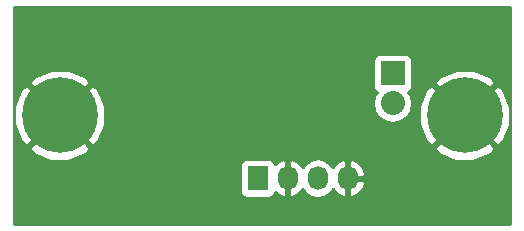
<source format=gbl>
G04 #@! TF.FileFunction,Copper,L2,Bot,Signal*
%FSLAX46Y46*%
G04 Gerber Fmt 4.6, Leading zero omitted, Abs format (unit mm)*
G04 Created by KiCad (PCBNEW 4.0.1-stable) date Wednesday, August 10, 2016 'PMt' 07:00:37 PM*
%MOMM*%
G01*
G04 APERTURE LIST*
%ADD10C,0.100000*%
%ADD11R,1.727200X2.032000*%
%ADD12O,1.727200X2.032000*%
%ADD13R,2.032000X2.032000*%
%ADD14O,2.032000X2.032000*%
%ADD15C,6.400000*%
%ADD16C,0.685800*%
%ADD17C,0.254000*%
G04 APERTURE END LIST*
D10*
D11*
X207010000Y-111506000D03*
D12*
X209550000Y-111506000D03*
X212090000Y-111506000D03*
X214630000Y-111506000D03*
D13*
X218440000Y-102616000D03*
D14*
X218440000Y-105156000D03*
D15*
X224536000Y-106172000D03*
X190246000Y-106172000D03*
D16*
X199644000Y-108458000D03*
X199644000Y-98044000D03*
X208026000Y-99568000D03*
X205486000Y-98806000D03*
X202438000Y-103378000D03*
X204724000Y-107696000D03*
X202184000Y-110998000D03*
D17*
G36*
X228398000Y-115368000D02*
X186384000Y-115368000D01*
X186384000Y-110490000D01*
X205498960Y-110490000D01*
X205498960Y-112522000D01*
X205543238Y-112757317D01*
X205682310Y-112973441D01*
X205894510Y-113118431D01*
X206146400Y-113169440D01*
X207873600Y-113169440D01*
X208108917Y-113125162D01*
X208325041Y-112986090D01*
X208470031Y-112773890D01*
X208489232Y-112679073D01*
X208647964Y-112856732D01*
X209175209Y-113110709D01*
X209190974Y-113113358D01*
X209423000Y-112992217D01*
X209423000Y-111633000D01*
X209403000Y-111633000D01*
X209403000Y-111379000D01*
X209423000Y-111379000D01*
X209423000Y-110019783D01*
X209677000Y-110019783D01*
X209677000Y-111379000D01*
X209697000Y-111379000D01*
X209697000Y-111633000D01*
X209677000Y-111633000D01*
X209677000Y-112992217D01*
X209909026Y-113113358D01*
X209924791Y-113110709D01*
X210452036Y-112856732D01*
X210823539Y-112440931D01*
X211030330Y-112750415D01*
X211516511Y-113075271D01*
X212090000Y-113189345D01*
X212663489Y-113075271D01*
X213149670Y-112750415D01*
X213356461Y-112440931D01*
X213727964Y-112856732D01*
X214255209Y-113110709D01*
X214270974Y-113113358D01*
X214503000Y-112992217D01*
X214503000Y-111633000D01*
X214757000Y-111633000D01*
X214757000Y-112992217D01*
X214989026Y-113113358D01*
X215004791Y-113110709D01*
X215532036Y-112856732D01*
X215921954Y-112420320D01*
X216115184Y-111867913D01*
X215970924Y-111633000D01*
X214757000Y-111633000D01*
X214503000Y-111633000D01*
X214483000Y-111633000D01*
X214483000Y-111379000D01*
X214503000Y-111379000D01*
X214503000Y-110019783D01*
X214757000Y-110019783D01*
X214757000Y-111379000D01*
X215970924Y-111379000D01*
X216115184Y-111144087D01*
X215921954Y-110591680D01*
X215532036Y-110155268D01*
X215004791Y-109901291D01*
X214989026Y-109898642D01*
X214757000Y-110019783D01*
X214503000Y-110019783D01*
X214270974Y-109898642D01*
X214255209Y-109901291D01*
X213727964Y-110155268D01*
X213356461Y-110571069D01*
X213149670Y-110261585D01*
X212663489Y-109936729D01*
X212090000Y-109822655D01*
X211516511Y-109936729D01*
X211030330Y-110261585D01*
X210823539Y-110571069D01*
X210452036Y-110155268D01*
X209924791Y-109901291D01*
X209909026Y-109898642D01*
X209677000Y-110019783D01*
X209423000Y-110019783D01*
X209190974Y-109898642D01*
X209175209Y-109901291D01*
X208647964Y-110155268D01*
X208491093Y-110330845D01*
X208476762Y-110254683D01*
X208337690Y-110038559D01*
X208125490Y-109893569D01*
X207873600Y-109842560D01*
X206146400Y-109842560D01*
X205911083Y-109886838D01*
X205694959Y-110025910D01*
X205549969Y-110238110D01*
X205498960Y-110490000D01*
X186384000Y-110490000D01*
X186384000Y-108912910D01*
X187684695Y-108912910D01*
X188051640Y-109408343D01*
X189457171Y-110001736D01*
X190982793Y-110012087D01*
X192396246Y-109437819D01*
X192440360Y-109408343D01*
X192807305Y-108912910D01*
X221974695Y-108912910D01*
X222341640Y-109408343D01*
X223747171Y-110001736D01*
X225272793Y-110012087D01*
X226686246Y-109437819D01*
X226730360Y-109408343D01*
X227097305Y-108912910D01*
X224536000Y-106351605D01*
X221974695Y-108912910D01*
X192807305Y-108912910D01*
X190246000Y-106351605D01*
X187684695Y-108912910D01*
X186384000Y-108912910D01*
X186384000Y-106908793D01*
X186405913Y-106908793D01*
X186980181Y-108322246D01*
X187009657Y-108366360D01*
X187505090Y-108733305D01*
X190066395Y-106172000D01*
X190425605Y-106172000D01*
X192986910Y-108733305D01*
X193482343Y-108366360D01*
X194075736Y-106960829D01*
X194076089Y-106908793D01*
X220695913Y-106908793D01*
X221270181Y-108322246D01*
X221299657Y-108366360D01*
X221795090Y-108733305D01*
X224356395Y-106172000D01*
X224715605Y-106172000D01*
X227276910Y-108733305D01*
X227772343Y-108366360D01*
X228365736Y-106960829D01*
X228376087Y-105435207D01*
X227801819Y-104021754D01*
X227772343Y-103977640D01*
X227276910Y-103610695D01*
X224715605Y-106172000D01*
X224356395Y-106172000D01*
X221795090Y-103610695D01*
X221299657Y-103977640D01*
X220706264Y-105383171D01*
X220695913Y-106908793D01*
X194076089Y-106908793D01*
X194086087Y-105435207D01*
X193972649Y-105156000D01*
X216756655Y-105156000D01*
X216882330Y-105787810D01*
X217240222Y-106323433D01*
X217775845Y-106681325D01*
X218407655Y-106807000D01*
X218472345Y-106807000D01*
X219104155Y-106681325D01*
X219639778Y-106323433D01*
X219997670Y-105787810D01*
X220123345Y-105156000D01*
X219997670Y-104524190D01*
X219770501Y-104184208D01*
X219907441Y-104096090D01*
X220052431Y-103883890D01*
X220103440Y-103632000D01*
X220103440Y-103431090D01*
X221974695Y-103431090D01*
X224536000Y-105992395D01*
X227097305Y-103431090D01*
X226730360Y-102935657D01*
X225324829Y-102342264D01*
X223799207Y-102331913D01*
X222385754Y-102906181D01*
X222341640Y-102935657D01*
X221974695Y-103431090D01*
X220103440Y-103431090D01*
X220103440Y-101600000D01*
X220059162Y-101364683D01*
X219920090Y-101148559D01*
X219707890Y-101003569D01*
X219456000Y-100952560D01*
X217424000Y-100952560D01*
X217188683Y-100996838D01*
X216972559Y-101135910D01*
X216827569Y-101348110D01*
X216776560Y-101600000D01*
X216776560Y-103632000D01*
X216820838Y-103867317D01*
X216959910Y-104083441D01*
X217108837Y-104185198D01*
X216882330Y-104524190D01*
X216756655Y-105156000D01*
X193972649Y-105156000D01*
X193511819Y-104021754D01*
X193482343Y-103977640D01*
X192986910Y-103610695D01*
X190425605Y-106172000D01*
X190066395Y-106172000D01*
X187505090Y-103610695D01*
X187009657Y-103977640D01*
X186416264Y-105383171D01*
X186405913Y-106908793D01*
X186384000Y-106908793D01*
X186384000Y-103431090D01*
X187684695Y-103431090D01*
X190246000Y-105992395D01*
X192807305Y-103431090D01*
X192440360Y-102935657D01*
X191034829Y-102342264D01*
X189509207Y-102331913D01*
X188095754Y-102906181D01*
X188051640Y-102935657D01*
X187684695Y-103431090D01*
X186384000Y-103431090D01*
X186384000Y-96976000D01*
X228398000Y-96976000D01*
X228398000Y-115368000D01*
X228398000Y-115368000D01*
G37*
X228398000Y-115368000D02*
X186384000Y-115368000D01*
X186384000Y-110490000D01*
X205498960Y-110490000D01*
X205498960Y-112522000D01*
X205543238Y-112757317D01*
X205682310Y-112973441D01*
X205894510Y-113118431D01*
X206146400Y-113169440D01*
X207873600Y-113169440D01*
X208108917Y-113125162D01*
X208325041Y-112986090D01*
X208470031Y-112773890D01*
X208489232Y-112679073D01*
X208647964Y-112856732D01*
X209175209Y-113110709D01*
X209190974Y-113113358D01*
X209423000Y-112992217D01*
X209423000Y-111633000D01*
X209403000Y-111633000D01*
X209403000Y-111379000D01*
X209423000Y-111379000D01*
X209423000Y-110019783D01*
X209677000Y-110019783D01*
X209677000Y-111379000D01*
X209697000Y-111379000D01*
X209697000Y-111633000D01*
X209677000Y-111633000D01*
X209677000Y-112992217D01*
X209909026Y-113113358D01*
X209924791Y-113110709D01*
X210452036Y-112856732D01*
X210823539Y-112440931D01*
X211030330Y-112750415D01*
X211516511Y-113075271D01*
X212090000Y-113189345D01*
X212663489Y-113075271D01*
X213149670Y-112750415D01*
X213356461Y-112440931D01*
X213727964Y-112856732D01*
X214255209Y-113110709D01*
X214270974Y-113113358D01*
X214503000Y-112992217D01*
X214503000Y-111633000D01*
X214757000Y-111633000D01*
X214757000Y-112992217D01*
X214989026Y-113113358D01*
X215004791Y-113110709D01*
X215532036Y-112856732D01*
X215921954Y-112420320D01*
X216115184Y-111867913D01*
X215970924Y-111633000D01*
X214757000Y-111633000D01*
X214503000Y-111633000D01*
X214483000Y-111633000D01*
X214483000Y-111379000D01*
X214503000Y-111379000D01*
X214503000Y-110019783D01*
X214757000Y-110019783D01*
X214757000Y-111379000D01*
X215970924Y-111379000D01*
X216115184Y-111144087D01*
X215921954Y-110591680D01*
X215532036Y-110155268D01*
X215004791Y-109901291D01*
X214989026Y-109898642D01*
X214757000Y-110019783D01*
X214503000Y-110019783D01*
X214270974Y-109898642D01*
X214255209Y-109901291D01*
X213727964Y-110155268D01*
X213356461Y-110571069D01*
X213149670Y-110261585D01*
X212663489Y-109936729D01*
X212090000Y-109822655D01*
X211516511Y-109936729D01*
X211030330Y-110261585D01*
X210823539Y-110571069D01*
X210452036Y-110155268D01*
X209924791Y-109901291D01*
X209909026Y-109898642D01*
X209677000Y-110019783D01*
X209423000Y-110019783D01*
X209190974Y-109898642D01*
X209175209Y-109901291D01*
X208647964Y-110155268D01*
X208491093Y-110330845D01*
X208476762Y-110254683D01*
X208337690Y-110038559D01*
X208125490Y-109893569D01*
X207873600Y-109842560D01*
X206146400Y-109842560D01*
X205911083Y-109886838D01*
X205694959Y-110025910D01*
X205549969Y-110238110D01*
X205498960Y-110490000D01*
X186384000Y-110490000D01*
X186384000Y-108912910D01*
X187684695Y-108912910D01*
X188051640Y-109408343D01*
X189457171Y-110001736D01*
X190982793Y-110012087D01*
X192396246Y-109437819D01*
X192440360Y-109408343D01*
X192807305Y-108912910D01*
X221974695Y-108912910D01*
X222341640Y-109408343D01*
X223747171Y-110001736D01*
X225272793Y-110012087D01*
X226686246Y-109437819D01*
X226730360Y-109408343D01*
X227097305Y-108912910D01*
X224536000Y-106351605D01*
X221974695Y-108912910D01*
X192807305Y-108912910D01*
X190246000Y-106351605D01*
X187684695Y-108912910D01*
X186384000Y-108912910D01*
X186384000Y-106908793D01*
X186405913Y-106908793D01*
X186980181Y-108322246D01*
X187009657Y-108366360D01*
X187505090Y-108733305D01*
X190066395Y-106172000D01*
X190425605Y-106172000D01*
X192986910Y-108733305D01*
X193482343Y-108366360D01*
X194075736Y-106960829D01*
X194076089Y-106908793D01*
X220695913Y-106908793D01*
X221270181Y-108322246D01*
X221299657Y-108366360D01*
X221795090Y-108733305D01*
X224356395Y-106172000D01*
X224715605Y-106172000D01*
X227276910Y-108733305D01*
X227772343Y-108366360D01*
X228365736Y-106960829D01*
X228376087Y-105435207D01*
X227801819Y-104021754D01*
X227772343Y-103977640D01*
X227276910Y-103610695D01*
X224715605Y-106172000D01*
X224356395Y-106172000D01*
X221795090Y-103610695D01*
X221299657Y-103977640D01*
X220706264Y-105383171D01*
X220695913Y-106908793D01*
X194076089Y-106908793D01*
X194086087Y-105435207D01*
X193972649Y-105156000D01*
X216756655Y-105156000D01*
X216882330Y-105787810D01*
X217240222Y-106323433D01*
X217775845Y-106681325D01*
X218407655Y-106807000D01*
X218472345Y-106807000D01*
X219104155Y-106681325D01*
X219639778Y-106323433D01*
X219997670Y-105787810D01*
X220123345Y-105156000D01*
X219997670Y-104524190D01*
X219770501Y-104184208D01*
X219907441Y-104096090D01*
X220052431Y-103883890D01*
X220103440Y-103632000D01*
X220103440Y-103431090D01*
X221974695Y-103431090D01*
X224536000Y-105992395D01*
X227097305Y-103431090D01*
X226730360Y-102935657D01*
X225324829Y-102342264D01*
X223799207Y-102331913D01*
X222385754Y-102906181D01*
X222341640Y-102935657D01*
X221974695Y-103431090D01*
X220103440Y-103431090D01*
X220103440Y-101600000D01*
X220059162Y-101364683D01*
X219920090Y-101148559D01*
X219707890Y-101003569D01*
X219456000Y-100952560D01*
X217424000Y-100952560D01*
X217188683Y-100996838D01*
X216972559Y-101135910D01*
X216827569Y-101348110D01*
X216776560Y-101600000D01*
X216776560Y-103632000D01*
X216820838Y-103867317D01*
X216959910Y-104083441D01*
X217108837Y-104185198D01*
X216882330Y-104524190D01*
X216756655Y-105156000D01*
X193972649Y-105156000D01*
X193511819Y-104021754D01*
X193482343Y-103977640D01*
X192986910Y-103610695D01*
X190425605Y-106172000D01*
X190066395Y-106172000D01*
X187505090Y-103610695D01*
X187009657Y-103977640D01*
X186416264Y-105383171D01*
X186405913Y-106908793D01*
X186384000Y-106908793D01*
X186384000Y-103431090D01*
X187684695Y-103431090D01*
X190246000Y-105992395D01*
X192807305Y-103431090D01*
X192440360Y-102935657D01*
X191034829Y-102342264D01*
X189509207Y-102331913D01*
X188095754Y-102906181D01*
X188051640Y-102935657D01*
X187684695Y-103431090D01*
X186384000Y-103431090D01*
X186384000Y-96976000D01*
X228398000Y-96976000D01*
X228398000Y-115368000D01*
M02*

</source>
